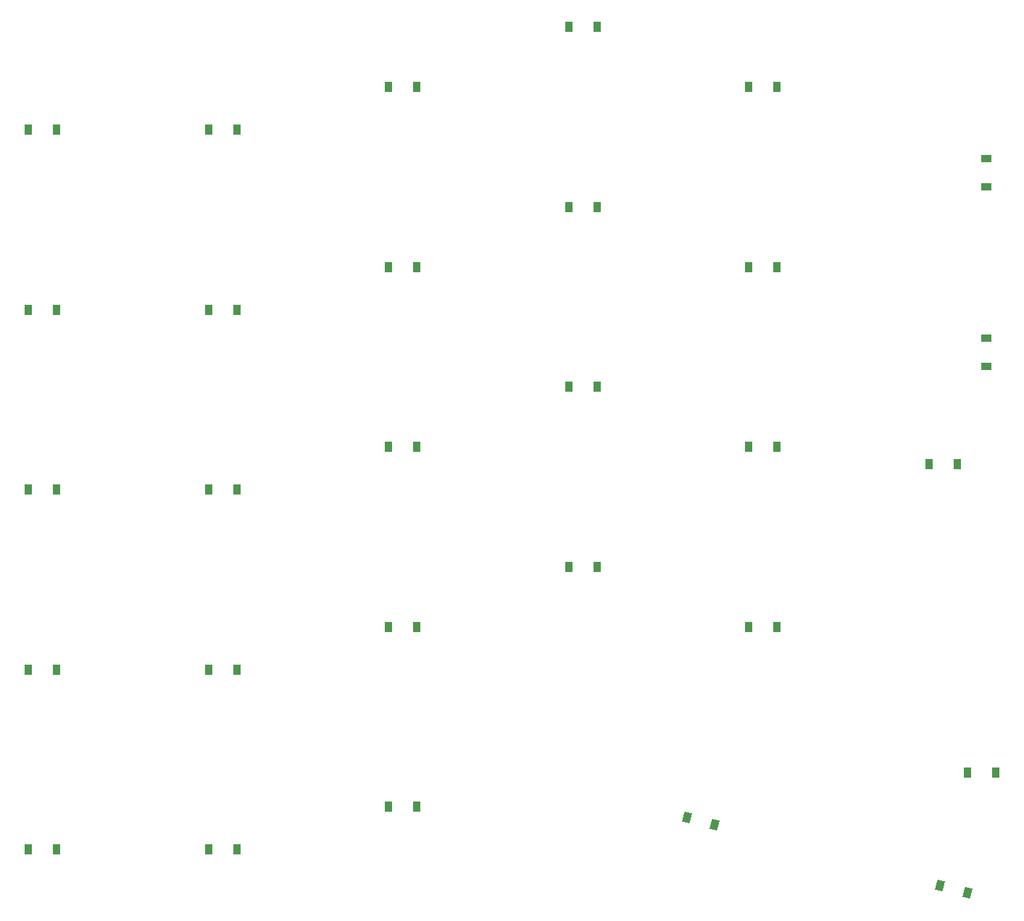
<source format=gbr>
%TF.GenerationSoftware,KiCad,Pcbnew,9.0.3-1.fc42*%
%TF.CreationDate,2025-08-09T15:12:38+02:00*%
%TF.ProjectId,left_traced,6c656674-5f74-4726-9163-65642e6b6963,v1.0.0*%
%TF.SameCoordinates,Original*%
%TF.FileFunction,Paste,Top*%
%TF.FilePolarity,Positive*%
%FSLAX46Y46*%
G04 Gerber Fmt 4.6, Leading zero omitted, Abs format (unit mm)*
G04 Created by KiCad (PCBNEW 9.0.3-1.fc42) date 2025-08-09 15:12:38*
%MOMM*%
%LPD*%
G01*
G04 APERTURE LIST*
G04 Aperture macros list*
%AMRotRect*
0 Rectangle, with rotation*
0 The origin of the aperture is its center*
0 $1 length*
0 $2 width*
0 $3 Rotation angle, in degrees counterclockwise*
0 Add horizontal line*
21,1,$1,$2,0,0,$3*%
G04 Aperture macros list end*
%ADD10R,0.900000X1.200000*%
%ADD11RotRect,0.900000X1.200000X345.000000*%
%ADD12R,1.200000X0.900000*%
G04 APERTURE END LIST*
D10*
%TO.C,D22*%
X95700000Y-131850000D03*
X99000000Y-131850000D03*
%TD*%
%TO.C,D8*%
X158850000Y-98800000D03*
X162150000Y-98800000D03*
%TD*%
%TO.C,D18*%
X116750000Y-110800000D03*
X120050000Y-110800000D03*
%TD*%
%TO.C,D10*%
X137800000Y-168950000D03*
X141100000Y-168950000D03*
%TD*%
D11*
%TO.C,D25*%
X172672135Y-191259929D03*
X175859691Y-192114029D03*
%TD*%
D10*
%TO.C,D12*%
X137800000Y-126850000D03*
X141100000Y-126850000D03*
%TD*%
%TO.C,D14*%
X116750000Y-195000000D03*
X120050000Y-195000000D03*
%TD*%
%TO.C,D6*%
X158850000Y-140900000D03*
X162150000Y-140900000D03*
%TD*%
%TO.C,D19*%
X95700000Y-195000000D03*
X99000000Y-195000000D03*
%TD*%
%TO.C,D16*%
X116750000Y-152900000D03*
X120050000Y-152900000D03*
%TD*%
%TO.C,D20*%
X95700000Y-173950000D03*
X99000000Y-173950000D03*
%TD*%
D11*
%TO.C,D24*%
X202205317Y-199173321D03*
X205392873Y-200027421D03*
%TD*%
D10*
%TO.C,D29*%
X205450000Y-185950000D03*
X208750000Y-185950000D03*
%TD*%
%TO.C,D21*%
X95700000Y-152900000D03*
X99000000Y-152900000D03*
%TD*%
%TO.C,D28*%
X200950000Y-149900000D03*
X204250000Y-149900000D03*
%TD*%
%TO.C,D3*%
X179900000Y-126850000D03*
X183200000Y-126850000D03*
%TD*%
%TO.C,D11*%
X137800000Y-147900000D03*
X141100000Y-147900000D03*
%TD*%
D12*
%TO.C,D26*%
X207600000Y-135200000D03*
X207600000Y-138500000D03*
%TD*%
D10*
%TO.C,D15*%
X116750000Y-173950000D03*
X120050000Y-173950000D03*
%TD*%
%TO.C,D13*%
X137800000Y-105800000D03*
X141100000Y-105800000D03*
%TD*%
%TO.C,D9*%
X137800000Y-190000000D03*
X141100000Y-190000000D03*
%TD*%
%TO.C,D17*%
X116750000Y-131850000D03*
X120050000Y-131850000D03*
%TD*%
%TO.C,D2*%
X179900000Y-147900000D03*
X183200000Y-147900000D03*
%TD*%
%TO.C,D4*%
X179900000Y-105800000D03*
X183200000Y-105800000D03*
%TD*%
D12*
%TO.C,D27*%
X207600000Y-114150000D03*
X207600000Y-117450000D03*
%TD*%
D10*
%TO.C,D7*%
X158850000Y-119850000D03*
X162150000Y-119850000D03*
%TD*%
%TO.C,D5*%
X158850000Y-161950000D03*
X162150000Y-161950000D03*
%TD*%
%TO.C,D23*%
X95700000Y-110800000D03*
X99000000Y-110800000D03*
%TD*%
%TO.C,D1*%
X179900000Y-168950000D03*
X183200000Y-168950000D03*
%TD*%
M02*

</source>
